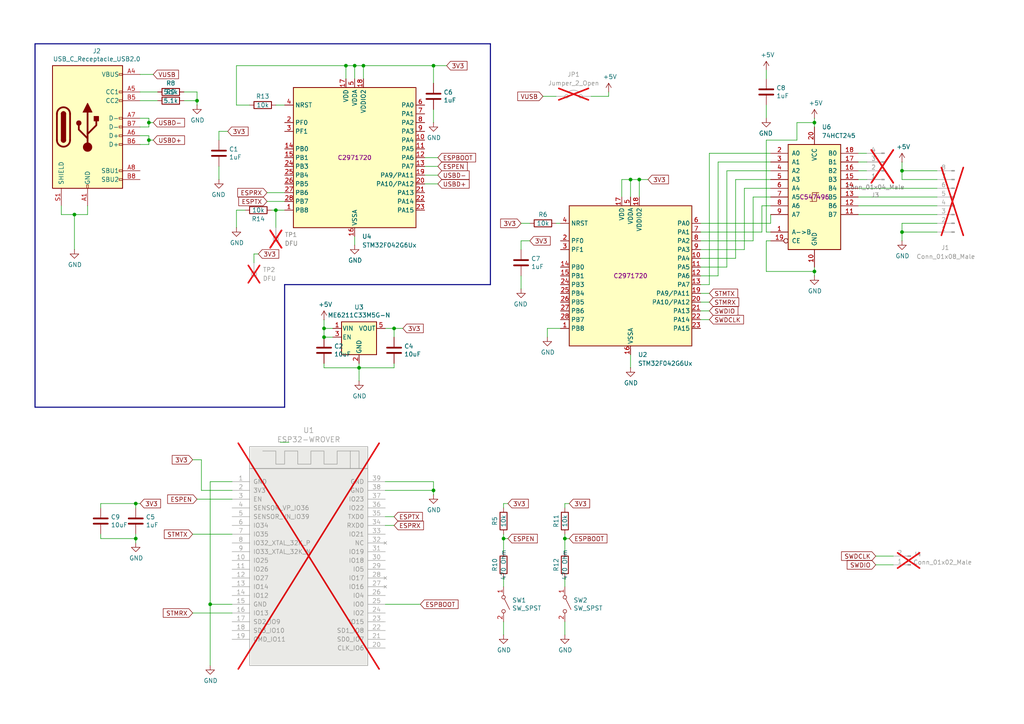
<source format=kicad_sch>
(kicad_sch (version 20250114) (generator "eeschema") (generator_version "9.0")
  (paper "A4")
  (lib_symbols
    (symbol "74xx:74HC245" (pin_names (offset 1.016))
      (property "Reference" "U" (at -7.62 16.51 0))
      (property "Value" "74HC245" (at -7.62 -16.51 0))
      (symbol "74HC245_1_0"
        (polyline (pts (xy -1.27 -1.27) (xy 0.635 -1.27) (xy 0.635 1.27) (xy 1.27 1.27)))
        (polyline (pts (xy -0.635 -1.27) (xy -0.635 1.27) (xy 0.635 1.27)))
        (pin tri_state line (at -12.7 12.7 0) (length 5.08) (name "A0") (number "2"))
        (pin tri_state line (at -12.7 10.16 0) (length 5.08) (name "A1") (number "3"))
        (pin tri_state line (at -12.7 7.62 0) (length 5.08) (name "A2") (number "4"))
        (pin tri_state line (at -12.7 5.08 0) (length 5.08) (name "A3") (number "5"))
        (pin tri_state line (at -12.7 2.54 0) (length 5.08) (name "A4") (number "6"))
        (pin tri_state line (at -12.7 0 0) (length 5.08) (name "A5") (number "7"))
        (pin tri_state line (at -12.7 -2.54 0) (length 5.08) (name "A6") (number "8"))
        (pin tri_state line (at -12.7 -5.08 0) (length 5.08) (name "A7") (number "9"))
        (pin input line (at -12.7 -10.16 0) (length 5.08) (name "A->B") (number "1"))
        (pin input inverted (at -12.7 -12.7 0) (length 5.08) (name "CE") (number "19"))
        (pin power_in line (at 0 20.32 270) (length 5.08) (name "VCC") (number "20"))
        (pin power_in line (at 0 -20.32 90) (length 5.08) (name "GND") (number "10"))
        (pin tri_state line (at 12.7 12.7 180) (length 5.08) (name "B0") (number "18"))
        (pin tri_state line (at 12.7 10.16 180) (length 5.08) (name "B1") (number "17"))
        (pin tri_state line (at 12.7 7.62 180) (length 5.08) (name "B2") (number "16"))
        (pin tri_state line (at 12.7 5.08 180) (length 5.08) (name "B3") (number "15"))
        (pin tri_state line (at 12.7 2.54 180) (length 5.08) (name "B4") (number "14"))
        (pin tri_state line (at 12.7 0 180) (length 5.08) (name "B5") (number "13"))
        (pin tri_state line (at 12.7 -2.54 180) (length 5.08) (name "B6") (number "12"))
        (pin tri_state line (at 12.7 -5.08 180) (length 5.08) (name "B7") (number "11"))
      )
      (symbol "74HC245_1_1"
        (rectangle (start -7.62 15.24) (end 7.62 -15.24) (stroke (width 0.254)) (fill (type background)))
      )
    )
    (symbol "Connector:Conn_01x02_Male" (pin_names (offset 1.016) (hide yes))
      (property "Reference" "J" (at 0 2.54 0))
      (property "Value" "Connector_Conn_01x02_Male" (at 0 -5.08 0))
      (symbol "Conn_01x02_Male_1_1"
        (rectangle (start 0.8636 0.127) (end 0 -0.127) (stroke (width 0.1524)) (fill (type outline)))
        (rectangle (start 0.8636 -2.413) (end 0 -2.667) (stroke (width 0.1524)) (fill (type outline)))
        (polyline (pts (xy 1.27 0) (xy 0.8636 0)) (stroke (width 0.1524)))
        (polyline (pts (xy 1.27 -2.54) (xy 0.8636 -2.54)) (stroke (width 0.1524)))
        (pin passive line (at 5.08 0 180) (length 3.81) (name "Pin_1") (number "1"))
        (pin passive line (at 5.08 -2.54 180) (length 3.81) (name "Pin_2") (number "2"))
      )
    )
    (symbol "Connector:Conn_01x04_Male" (pin_names (offset 1.016) (hide yes))
      (property "Reference" "J" (at 0 5.08 0))
      (property "Value" "Connector_Conn_01x04_Male" (at 0 -7.62 0))
      (symbol "Conn_01x04_Male_1_1"
        (rectangle (start 0.8636 2.667) (end 0 2.413) (stroke (width 0.1524)) (fill (type outline)))
        (rectangle (start 0.8636 0.127) (end 0 -0.127) (stroke (width 0.1524)) (fill (type outline)))
        (rectangle (start 0.8636 -2.413) (end 0 -2.667) (stroke (width 0.1524)) (fill (type outline)))
        (rectangle (start 0.8636 -4.953) (end 0 -5.207) (stroke (width 0.1524)) (fill (type outline)))
        (polyline (pts (xy 1.27 2.54) (xy 0.8636 2.54)) (stroke (width 0.1524)))
        (polyline (pts (xy 1.27 0) (xy 0.8636 0)) (stroke (width 0.1524)))
        (polyline (pts (xy 1.27 -2.54) (xy 0.8636 -2.54)) (stroke (width 0.1524)))
        (polyline (pts (xy 1.27 -5.08) (xy 0.8636 -5.08)) (stroke (width 0.1524)))
        (pin passive line (at 5.08 2.54 180) (length 3.81) (name "Pin_1") (number "1"))
        (pin passive line (at 5.08 0 180) (length 3.81) (name "Pin_2") (number "2"))
        (pin passive line (at 5.08 -2.54 180) (length 3.81) (name "Pin_3") (number "3"))
        (pin passive line (at 5.08 -5.08 180) (length 3.81) (name "Pin_4") (number "4"))
      )
    )
    (symbol "Connector:Conn_01x08_Male" (pin_names (offset 1.016) (hide yes))
      (property "Reference" "J" (at 0 10.16 0))
      (property "Value" "Connector_Conn_01x08_Male" (at 0 -12.7 0))
      (symbol "Conn_01x08_Male_1_1"
        (rectangle (start 0.8636 7.747) (end 0 7.493) (stroke (width 0.1524)) (fill (type outline)))
        (rectangle (start 0.8636 5.207) (end 0 4.953) (stroke (width 0.1524)) (fill (type outline)))
        (rectangle (start 0.8636 2.667) (end 0 2.413) (stroke (width 0.1524)) (fill (type outline)))
        (rectangle (start 0.8636 0.127) (end 0 -0.127) (stroke (width 0.1524)) (fill (type outline)))
        (rectangle (start 0.8636 -2.413) (end 0 -2.667) (stroke (width 0.1524)) (fill (type outline)))
        (rectangle (start 0.8636 -4.953) (end 0 -5.207) (stroke (width 0.1524)) (fill (type outline)))
        (rectangle (start 0.8636 -7.493) (end 0 -7.747) (stroke (width 0.1524)) (fill (type outline)))
        (rectangle (start 0.8636 -10.033) (end 0 -10.287) (stroke (width 0.1524)) (fill (type outline)))
        (polyline (pts (xy 1.27 7.62) (xy 0.8636 7.62)) (stroke (width 0.1524)))
        (polyline (pts (xy 1.27 5.08) (xy 0.8636 5.08)) (stroke (width 0.1524)))
        (polyline (pts (xy 1.27 2.54) (xy 0.8636 2.54)) (stroke (width 0.1524)))
        (polyline (pts (xy 1.27 0) (xy 0.8636 0)) (stroke (width 0.1524)))
        (polyline (pts (xy 1.27 -2.54) (xy 0.8636 -2.54)) (stroke (width 0.1524)))
        (polyline (pts (xy 1.27 -5.08) (xy 0.8636 -5.08)) (stroke (width 0.1524)))
        (polyline (pts (xy 1.27 -7.62) (xy 0.8636 -7.62)) (stroke (width 0.1524)))
        (polyline (pts (xy 1.27 -10.16) (xy 0.8636 -10.16)) (stroke (width 0.1524)))
        (pin passive line (at 5.08 7.62 180) (length 3.81) (name "Pin_1") (number "1"))
        (pin passive line (at 5.08 5.08 180) (length 3.81) (name "Pin_2") (number "2"))
        (pin passive line (at 5.08 2.54 180) (length 3.81) (name "Pin_3") (number "3"))
        (pin passive line (at 5.08 0 180) (length 3.81) (name "Pin_4") (number "4"))
        (pin passive line (at 5.08 -2.54 180) (length 3.81) (name "Pin_5") (number "5"))
        (pin passive line (at 5.08 -5.08 180) (length 3.81) (name "Pin_6") (number "6"))
        (pin passive line (at 5.08 -7.62 180) (length 3.81) (name "Pin_7") (number "7"))
        (pin passive line (at 5.08 -10.16 180) (length 3.81) (name "Pin_8") (number "8"))
      )
    )
    (symbol "Connector:TestPoint" (pin_numbers (hide yes)) (pin_names (offset 0.762) (hide yes))
      (property "Reference" "TP" (at 0 6.858 0))
      (property "Value" "TestPoint" (at 0 5.08 0))
      (symbol "TestPoint_0_1"
        (circle (center 0 3.302) (radius 0.762))
      )
      (symbol "TestPoint_1_1"
        (pin passive line (at 0 0 90) (length 2.54) (name "1") (number "1"))
      )
    )
    (symbol "Connector:USB_C_Receptacle_USB2.0_16P" (pin_names (offset 1.016))
      (property "Reference" "J" (at 0 22.225 0))
      (property "Value" "USB_C_Receptacle_USB2.0_16P" (at 0 19.685 0))
      (symbol "USB_C_Receptacle_USB2.0_16P_0_0"
        (rectangle (start -0.254 -17.78) (end 0.254 -16.764))
        (rectangle (start 10.16 15.494) (end 9.144 14.986))
        (rectangle (start 10.16 10.414) (end 9.144 9.906))
        (rectangle (start 10.16 7.874) (end 9.144 7.366))
        (rectangle (start 10.16 2.794) (end 9.144 2.286))
        (rectangle (start 10.16 0.254) (end 9.144 -0.254))
        (rectangle (start 10.16 -2.286) (end 9.144 -2.794))
        (rectangle (start 10.16 -4.826) (end 9.144 -5.334))
        (rectangle (start 10.16 -12.446) (end 9.144 -12.954))
        (rectangle (start 10.16 -14.986) (end 9.144 -15.494))
      )
      (symbol "USB_C_Receptacle_USB2.0_16P_0_1"
        (rectangle (start -10.16 17.78) (end 10.16 -17.78) (stroke (width 0.254)) (fill (type background)))
        (polyline (pts (xy -8.89 -3.81) (xy -8.89 3.81)) (stroke (width 0.508)))
        (rectangle (start -7.62 -3.81) (end -6.35 3.81) (stroke (width 0.254)) (fill (type outline)))
        (arc (start -7.62 3.81) (mid -6.985 4.4423) (end -6.35 3.81) (stroke (width 0.254)))
        (arc (start -7.62 3.81) (mid -6.985 4.4423) (end -6.35 3.81) (stroke (width 0.254)) (fill (type outline)))
        (arc (start -8.89 3.81) (mid -6.985 5.7067) (end -5.08 3.81) (stroke (width 0.508)))
        (arc (start -5.08 -3.81) (mid -6.985 -5.7067) (end -8.89 -3.81) (stroke (width 0.508)))
        (arc (start -6.35 -3.81) (mid -6.985 -4.4423) (end -7.62 -3.81) (stroke (width 0.254)))
        (arc (start -6.35 -3.81) (mid -6.985 -4.4423) (end -7.62 -3.81) (stroke (width 0.254)) (fill (type outline)))
        (polyline (pts (xy -5.08 3.81) (xy -5.08 -3.81)) (stroke (width 0.508)))
        (circle (center -2.54 1.143) (radius 0.635) (stroke (width 0.254)) (fill (type outline)))
        (polyline (pts (xy -1.27 4.318) (xy 0 6.858) (xy 1.27 4.318) (xy -1.27 4.318)) (stroke (width 0.254)) (fill (type outline)))
        (polyline (pts (xy 0 -2.032) (xy 2.54 0.508) (xy 2.54 1.778)) (stroke (width 0.508)))
        (polyline (pts (xy 0 -3.302) (xy -2.54 -0.762) (xy -2.54 0.508)) (stroke (width 0.508)))
        (polyline (pts (xy 0 -5.842) (xy 0 4.318)) (stroke (width 0.508)))
        (circle (center 0 -5.842) (radius 1.27) (fill (type outline)))
        (rectangle (start 1.905 1.778) (end 3.175 3.048) (stroke (width 0.254)) (fill (type outline)))
      )
      (symbol "USB_C_Receptacle_USB2.0_16P_1_1"
        (pin passive line (at -7.62 -22.86 90) (length 5.08) (name "SHIELD") (number "S1"))
        (pin passive line (at 0 -22.86 90) (length 5.08) (name "GND") (number "A1"))
        (pin passive line (at 0 -22.86 90) (length 5.08) (hide yes) (name "GND") (number "A12"))
        (pin passive line (at 0 -22.86 90) (length 5.08) (hide yes) (name "GND") (number "B1"))
        (pin passive line (at 0 -22.86 90) (length 5.08) (hide yes) (name "GND") (number "B12"))
        (pin passive line (at 15.24 15.24 180) (length 5.08) (name "VBUS") (number "A4"))
        (pin passive line (at 15.24 15.24 180) (length 5.08) (hide yes) (name "VBUS") (number "A9"))
        (pin passive line (at 15.24 15.24 180) (length 5.08) (hide yes) (name "VBUS") (number "B4"))
        (pin passive line (at 15.24 15.24 180) (length 5.08) (hide yes) (name "VBUS") (number "B9"))
        (pin bidirectional line (at 15.24 10.16 180) (length 5.08) (name "CC1") (number "A5"))
        (pin bidirectional line (at 15.24 7.62 180) (length 5.08) (name "CC2") (number "B5"))
        (pin bidirectional line (at 15.24 2.54 180) (length 5.08) (name "D-") (number "A7"))
        (pin bidirectional line (at 15.24 0 180) (length 5.08) (name "D-") (number "B7"))
        (pin bidirectional line (at 15.24 -2.54 180) (length 5.08) (name "D+") (number "A6"))
        (pin bidirectional line (at 15.24 -5.08 180) (length 5.08) (name "D+") (number "B6"))
        (pin bidirectional line (at 15.24 -12.7 180) (length 5.08) (name "SBU1") (number "A8"))
        (pin bidirectional line (at 15.24 -15.24 180) (length 5.08) (name "SBU2") (number "B8"))
      )
    )
    (symbol "Device:C" (pin_numbers (hide yes)) (pin_names (offset 0.254))
      (property "Reference" "C" (at 0.635 2.54 0))
      (property "Value" "C" (at 0.635 -2.54 0))
      (symbol "C_0_1"
        (polyline (pts (xy -2.032 0.762) (xy 2.032 0.762)) (stroke (width 0.508)))
        (polyline (pts (xy -2.032 -0.762) (xy 2.032 -0.762)) (stroke (width 0.508)))
      )
      (symbol "C_1_1"
        (pin passive line (at 0 3.81 270) (length 2.794) (name "~") (number "1"))
        (pin passive line (at 0 -3.81 90) (length 2.794) (name "~") (number "2"))
      )
    )
    (symbol "Device:R" (pin_numbers (hide yes)) (pin_names (offset 0))
      (property "Reference" "R" (at 2.032 0 90))
      (property "Value" "R" (at 0 0 90))
      (symbol "R_0_1"
        (rectangle (start -1.016 -2.54) (end 1.016 2.54) (stroke (width 0.254)))
      )
      (symbol "R_1_1"
        (pin passive line (at 0 3.81 270) (length 1.27) (name "~") (number "1"))
        (pin passive line (at 0 -3.81 90) (length 1.27) (name "~") (number "2"))
      )
    )
    (symbol "Jumper:Jumper_2_Open" (pin_numbers (hide yes)) (pin_names (offset 0) (hide yes))
      (property "Reference" "JP" (at 0 2.794 0))
      (property "Value" "Jumper_2_Open" (at 0 -2.286 0))
      (symbol "Jumper_2_Open_0_0"
        (circle (center -2.032 0) (radius 0.508))
        (circle (center 2.032 0) (radius 0.508))
      )
      (symbol "Jumper_2_Open_0_1"
        (arc (start -1.524 1.27) (mid 0 1.778) (end 1.524 1.27))
      )
      (symbol "Jumper_2_Open_1_1"
        (pin passive line (at -5.08 0 0) (length 2.54) (name "A") (number "1"))
        (pin passive line (at 5.08 0 180) (length 2.54) (name "B") (number "2"))
      )
    )
    (symbol "MCU_ST_STM32F0:STM32F042G6Ux"
      (property "Reference" "U" (at -17.78 21.59 0))
      (property "Value" "STM32F042G6Ux" (at 5.08 21.59 0))
      (symbol "STM32F042G6Ux_0_1"
        (rectangle (start -17.78 -20.32) (end 17.78 20.32) (stroke (width 0.254)) (fill (type background)))
      )
      (symbol "STM32F042G6Ux_1_1"
        (pin input line (at -20.32 15.24 0) (length 2.54) (name "NRST") (number "4"))
        (pin bidirectional line (at -20.32 10.16 0) (length 2.54) (name "PF0") (number "2"))
        (pin bidirectional line (at -20.32 7.62 0) (length 2.54) (name "PF1") (number "3"))
        (pin bidirectional line (at -20.32 2.54 0) (length 2.54) (name "PB0") (number "14"))
        (pin bidirectional line (at -20.32 0 0) (length 2.54) (name "PB1") (number "15"))
        (pin bidirectional line (at -20.32 -2.54 0) (length 2.54) (name "PB3") (number "24"))
        (pin bidirectional line (at -20.32 -5.08 0) (length 2.54) (name "PB4") (number "25"))
        (pin bidirectional line (at -20.32 -7.62 0) (length 2.54) (name "PB5") (number "26"))
        (pin bidirectional line (at -20.32 -10.16 0) (length 2.54) (name "PB6") (number "27"))
        (pin bidirectional line (at -20.32 -12.7 0) (length 2.54) (name "PB7") (number "28"))
        (pin bidirectional line (at -20.32 -15.24 0) (length 2.54) (name "PB8") (number "1"))
        (pin power_in line (at -2.54 22.86 270) (length 2.54) (name "VDD") (number "17"))
        (pin power_in line (at 0 22.86 270) (length 2.54) (name "VDDA") (number "5"))
        (pin power_in line (at 0 -22.86 90) (length 2.54) (name "VSSA") (number "16"))
        (pin power_in line (at 2.54 22.86 270) (length 2.54) (name "VDDIO2") (number "18"))
        (pin bidirectional line (at 20.32 15.24 180) (length 2.54) (name "PA0") (number "6"))
        (pin bidirectional line (at 20.32 12.7 180) (length 2.54) (name "PA1") (number "7"))
        (pin bidirectional line (at 20.32 10.16 180) (length 2.54) (name "PA2") (number "8"))
        (pin bidirectional line (at 20.32 7.62 180) (length 2.54) (name "PA3") (number "9"))
        (pin bidirectional line (at 20.32 5.08 180) (length 2.54) (name "PA4") (number "10"))
        (pin bidirectional line (at 20.32 2.54 180) (length 2.54) (name "PA5") (number "11"))
        (pin bidirectional line (at 20.32 0 180) (length 2.54) (name "PA6") (number "12"))
        (pin bidirectional line (at 20.32 -2.54 180) (length 2.54) (name "PA7") (number "13"))
        (pin bidirectional line (at 20.32 -5.08 180) (length 2.54) (name "PA9/PA11") (number "19"))
        (pin bidirectional line (at 20.32 -7.62 180) (length 2.54) (name "PA10/PA12") (number "20"))
        (pin bidirectional line (at 20.32 -10.16 180) (length 2.54) (name "PA13") (number "21"))
        (pin bidirectional line (at 20.32 -12.7 180) (length 2.54) (name "PA14") (number "22"))
        (pin bidirectional line (at 20.32 -15.24 180) (length 2.54) (name "PA15") (number "23"))
      )
    )
    (symbol "Regulator_Linear:AP2112K-3.3" (pin_names (offset 0.254))
      (property "Reference" "U" (at -5.08 5.715 0))
      (property "Value" "AP2112K-3.3" (at 0 5.715 0))
      (symbol "AP2112K-3.3_0_1"
        (rectangle (start -5.08 4.445) (end 5.08 -5.08) (stroke (width 0.254)) (fill (type background)))
      )
      (symbol "AP2112K-3.3_1_1"
        (pin power_in line (at -7.62 2.54 0) (length 2.54) (name "VIN") (number "1"))
        (pin input line (at -7.62 0 0) (length 2.54) (name "EN") (number "3"))
        (pin power_in line (at 0 -7.62 90) (length 2.54) (name "GND") (number "2"))
        (pin no_connect line (at 5.08 0 180) (length 2.54) (hide yes) (name "NC") (number "4"))
        (pin power_out line (at 7.62 2.54 180) (length 2.54) (name "VOUT") (number "5"))
      )
    )
    (symbol "Switch:SW_SPST" (pin_names (offset 0) (hide yes))
      (property "Reference" "SW" (at 0 3.175 0))
      (property "Value" "SW_SPST" (at 0 -2.54 0))
      (symbol "SW_SPST_0_0"
        (circle (center -2.032 0) (radius 0.508))
        (polyline (pts (xy -1.524 0.254) (xy 1.524 1.778)))
        (circle (center 2.032 0) (radius 0.508))
      )
      (symbol "SW_SPST_1_1"
        (pin passive line (at -5.08 0 0) (length 2.54) (name "A") (number "1"))
        (pin passive line (at 5.08 0 180) (length 2.54) (name "B") (number "2"))
      )
    )
    (symbol "esp32-wrover:ESP32-WROVER" (pin_names (offset 1.016))
      (property "Reference" "U" (at -15.24 -33.02 0))
      (property "Value" "esp32-wrover_ESP32-WROVER" (at 6.35 -33.02 0))
      (symbol "ESP32-WROVER_0_1"
        (rectangle (start -17.78 29.21) (end 16.51 22.86) (fill (type background)))
        (rectangle (start -17.78 22.86) (end 16.51 -34.29) (fill (type background)))
        (polyline (pts (xy -13.97 27.94) (xy -10.16 27.94) (xy -10.16 24.13) (xy -7.62 24.13) (xy -7.62 27.94) (xy -3.81 27.94) (xy -3.81 24.13) (xy 0 24.13) (xy 0 27.94) (xy 3.81 27.94) (xy 3.81 24.13) (xy 7.62 24.13) (xy 7.62 27.94) (xy 11.43 27.94) (xy 11.43 22.86)))
        (polyline (pts (xy 11.43 27.94) (xy 13.97 27.94) (xy 13.97 22.86)))
      )
      (symbol "ESP32-WROVER_1_1"
        (pin power_in line (at -22.86 19.05 0) (length 5.08) (name "GND") (number "1"))
        (pin power_in line (at -22.86 16.51 0) (length 5.08) (name "3V3") (number "2"))
        (pin input line (at -22.86 13.97 0) (length 5.08) (name "EN") (number "3"))
        (pin input line (at -22.86 11.43 0) (length 5.08) (name "SENSOR_VP_IO36") (number "4"))
        (pin input line (at -22.86 8.89 0) (length 5.08) (name "SENSOR_VN_IO39") (number "5"))
        (pin input line (at -22.86 6.35 0) (length 5.08) (name "IO34") (number "6"))
        (pin input line (at -22.86 3.81 0) (length 5.08) (name "IO35") (number "7"))
        (pin bidirectional line (at -22.86 1.27 0) (length 5.08) (name "IO32_XTAL_32K_P") (number "8"))
        (pin bidirectional line (at -22.86 -1.27 0) (length 5.08) (name "IO33_XTAL_32K_N") (number "9"))
        (pin bidirectional line (at -22.86 -3.81 0) (length 5.08) (name "IO25") (number "10"))
        (pin bidirectional line (at -22.86 -6.35 0) (length 5.08) (name "IO26") (number "11"))
        (pin bidirectional line (at -22.86 -8.89 0) (length 5.08) (name "IO27") (number "12"))
        (pin bidirectional line (at -22.86 -11.43 0) (length 5.08) (name "IO14") (number "13"))
        (pin bidirectional line (at -22.86 -13.97 0) (length 5.08) (name "IO12") (number "14"))
        (pin power_in line (at -22.86 -16.51 0) (length 5.08) (name "GND") (number "15"))
        (pin bidirectional line (at -22.86 -19.05 0) (length 5.08) (name "IO13") (number "16"))
        (pin bidirectional line (at -22.86 -21.59 0) (length 5.08) (name "SD2_IO9") (number "17"))
        (pin bidirectional line (at -22.86 -24.13 0) (length 5.08) (name "SD3_IO10") (number "18"))
        (pin bidirectional line (at -22.86 -26.67 0) (length 5.08) (name "CMD_IO11") (number "19"))
        (pin power_in line (at 21.59 19.05 180) (length 5.08) (name "GND") (number "39"))
        (pin power_in line (at 21.59 16.51 180) (length 5.08) (name "GND") (number "38"))
        (pin bidirectional line (at 21.59 13.97 180) (length 5.08) (name "IO23") (number "37"))
        (pin bidirectional line (at 21.59 11.43 180) (length 5.08) (name "IO22") (number "36"))
        (pin output line (at 21.59 8.89 180) (length 5.08) (name "TXD0") (number "35"))
        (pin input line (at 21.59 6.35 180) (length 5.08) (name "RXD0") (number "34"))
        (pin bidirectional line (at 21.59 3.81 180) (length 5.08) (name "IO21") (number "33"))
        (pin no_connect line (at 21.59 1.27 180) (length 5.08) (name "NC") (number "32"))
        (pin bidirectional line (at 21.59 -1.27 180) (length 5.08) (name "IO19") (number "31"))
        (pin bidirectional line (at 21.59 -3.81 180) (length 5.08) (name "IO18") (number "30"))
        (pin bidirectional line (at 21.59 -6.35 180) (length 5.08) (name "IO5") (number "29"))
        (pin no_connect line (at 21.59 -8.89 180) (length 5.08) (name "IO17") (number "28"))
        (pin no_connect line (at 21.59 -11.43 180) (length 5.08) (name "IO16") (number "27"))
        (pin bidirectional line (at 21.59 -13.97 180) (length 5.08) (name "IO4") (number "26"))
        (pin bidirectional line (at 21.59 -16.51 180) (length 5.08) (name "IO0") (number "25"))
        (pin bidirectional line (at 21.59 -19.05 180) (length 5.08) (name "IO2") (number "24"))
        (pin bidirectional line (at 21.59 -21.59 180) (length 5.08) (name "IO15") (number "23"))
        (pin bidirectional line (at 21.59 -24.13 180) (length 5.08) (name "SD1_IO8") (number "22"))
        (pin bidirectional line (at 21.59 -26.67 180) (length 5.08) (name "SD0_IO7") (number "21"))
        (pin bidirectional line (at 21.59 -29.21 180) (length 5.08) (name "CLK_IO6") (number "20"))
      )
    )
    (symbol "power:+5V" (power) (pin_numbers (hide yes)) (pin_names (offset 0) (hide yes))
      (property "Value" "+5V" (at 0 3.556 0))
      (symbol "+5V_0_1"
        (polyline (pts (xy -0.762 1.27) (xy 0 2.54)))
        (polyline (pts (xy 0 2.54) (xy 0.762 1.27)))
        (polyline (pts (xy 0 0) (xy 0 2.54)))
      )
      (symbol "+5V_1_1"
        (pin power_in line (at 0 0 90) (length 0) (name "~") (number "1"))
      )
    )
    (symbol "power:GND" (power) (pin_numbers (hide yes)) (pin_names (offset 0) (hide yes))
      (property "Value" "GND" (at 0 -3.81 0))
      (symbol "GND_0_1"
        (polyline (pts (xy 0 0) (xy 0 -1.27) (xy 1.27 -1.27) (xy 0 -2.54) (xy -1.27 -1.27) (xy 0 -1.27)))
      )
      (symbol "GND_1_1"
        (pin power_in line (at 0 0 270) (length 0) (name "~") (number "1"))
      )
    )
  )
  (junction (at 185.42 52.07))
  (junction (at 93.98 97.79))
  (junction (at 261.62 67.31))
  (junction (at 236.22 35.56))
  (junction (at 57.15 29.21))
  (junction (at 100.33 19.05))
  (junction (at 105.41 19.05))
  (junction (at 80.01 60.96))
  (junction (at 125.73 19.05))
  (junction (at 93.98 95.25))
  (junction (at 104.14 106.68))
  (junction (at 114.3 95.25))
  (junction (at 163.83 156.21))
  (junction (at 39.37 156.21))
  (junction (at 39.37 146.05))
  (junction (at 43.18 40.64))
  (junction (at 146.05 156.21))
  (junction (at 182.88 52.07))
  (junction (at 60.96 175.26))
  (junction (at 43.18 35.56))
  (junction (at 102.87 19.05))
  (junction (at 261.62 49.53))
  (junction (at 21.59 62.23))
  (junction (at 125.73 142.24))
  (junction (at 236.22 78.74))
  (wire (pts (xy 43.18 35.56) (xy 43.18 36.83)))
  (wire (pts (xy 17.78 62.23) (xy 21.59 62.23)))
  (wire (pts (xy 111.76 95.25) (xy 114.3 95.25)))
  (wire (pts (xy 163.83 154.94) (xy 163.83 156.21)))
  (wire (pts (xy 248.92 52.07) (xy 251.46 52.07)))
  (wire (pts (xy 114.3 152.4) (xy 111.76 152.4)))
  (wire (pts (xy 40.64 34.29) (xy 43.18 34.29)))
  (wire (pts (xy 203.2 80.01) (xy 208.28 80.01)))
  (wire (pts (xy 125.73 139.7) (xy 125.73 142.24)))
  (wire (pts (xy 123.19 53.34) (xy 127 53.34)))
  (wire (pts (xy 55.88 177.8) (xy 67.31 177.8)))
  (wire (pts (xy 146.05 156.21) (xy 146.05 160.02)))
  (wire (pts (xy 60.96 175.26) (xy 60.96 193.04)))
  (wire (pts (xy 146.05 154.94) (xy 146.05 156.21)))
  (wire (pts (xy 185.42 52.07) (xy 187.96 52.07)))
  (wire (pts (xy 236.22 78.74) (xy 236.22 80.01)))
  (wire (pts (xy 68.58 66.04) (xy 68.58 60.96)))
  (wire (pts (xy 222.25 40.64) (xy 231.14 40.64)))
  (wire (pts (xy 57.15 29.21) (xy 57.15 30.48)))
  (bus (pts (xy 10.16 118.11) (xy 82.55 118.11)))
  (wire (pts (xy 203.2 67.31) (xy 220.98 67.31)))
  (wire (pts (xy 39.37 146.05) (xy 29.21 146.05)))
  (wire (pts (xy 248.92 59.69) (xy 271.78 59.69)))
  (wire (pts (xy 67.31 144.78) (xy 57.15 144.78)))
  (wire (pts (xy 163.83 156.21) (xy 163.83 160.02)))
  (wire (pts (xy 153.67 69.85) (xy 151.13 69.85)))
  (wire (pts (xy 114.3 95.25) (xy 114.3 97.79)))
  (wire (pts (xy 203.2 82.55) (xy 205.74 82.55)))
  (wire (pts (xy 223.52 69.85) (xy 222.25 69.85)))
  (wire (pts (xy 39.37 156.21) (xy 39.37 157.48)))
  (wire (pts (xy 254 161.29) (xy 259.08 161.29)))
  (wire (pts (xy 66.04 38.1) (xy 63.5 38.1)))
  (wire (pts (xy 102.87 19.05) (xy 105.41 19.05)))
  (wire (pts (xy 102.87 68.58) (xy 102.87 71.12)))
  (bus (pts (xy 10.16 12.7) (xy 10.16 118.11)))
  (bus (pts (xy 142.24 12.7) (xy 10.16 12.7)))
  (wire (pts (xy 53.34 26.67) (xy 57.15 26.67)))
  (wire (pts (xy 96.52 95.25) (xy 93.98 95.25)))
  (wire (pts (xy 53.34 29.21) (xy 57.15 29.21)))
  (wire (pts (xy 165.1 156.21) (xy 163.83 156.21)))
  (wire (pts (xy 93.98 106.68) (xy 93.98 105.41)))
  (wire (pts (xy 248.92 57.15) (xy 271.78 57.15)))
  (wire (pts (xy 111.76 175.26) (xy 121.92 175.26)))
  (wire (pts (xy 236.22 35.56) (xy 236.22 36.83)))
  (wire (pts (xy 116.84 95.25) (xy 114.3 95.25)))
  (wire (pts (xy 57.15 26.67) (xy 57.15 29.21)))
  (wire (pts (xy 68.58 19.05) (xy 100.33 19.05)))
  (wire (pts (xy 125.73 19.05) (xy 129.54 19.05)))
  (wire (pts (xy 203.2 72.39) (xy 215.9 72.39)))
  (wire (pts (xy 222.25 67.31) (xy 222.25 40.64)))
  (wire (pts (xy 222.25 78.74) (xy 236.22 78.74)))
  (wire (pts (xy 21.59 62.23) (xy 21.59 72.39)))
  (wire (pts (xy 220.98 59.69) (xy 220.98 67.31)))
  (wire (pts (xy 222.25 20.32) (xy 222.25 22.86)))
  (wire (pts (xy 43.18 40.64) (xy 44.45 40.64)))
  (wire (pts (xy 55.88 154.94) (xy 67.31 154.94)))
  (wire (pts (xy 215.9 54.61) (xy 215.9 72.39)))
  (wire (pts (xy 72.39 30.48) (xy 68.58 30.48)))
  (wire (pts (xy 39.37 154.94) (xy 39.37 156.21)))
  (wire (pts (xy 93.98 95.25) (xy 93.98 97.79)))
  (wire (pts (xy 63.5 48.26) (xy 63.5 52.07)))
  (wire (pts (xy 43.18 39.37) (xy 40.64 39.37)))
  (wire (pts (xy 96.52 97.79) (xy 93.98 97.79)))
  (wire (pts (xy 182.88 52.07) (xy 182.88 57.15)))
  (wire (pts (xy 222.25 69.85) (xy 222.25 78.74)))
  (wire (pts (xy 236.22 34.29) (xy 236.22 35.56)))
  (wire (pts (xy 261.62 67.31) (xy 271.78 67.31)))
  (wire (pts (xy 39.37 146.05) (xy 39.37 147.32)))
  (wire (pts (xy 60.96 139.7) (xy 60.96 175.26)))
  (wire (pts (xy 231.14 35.56) (xy 236.22 35.56)))
  (wire (pts (xy 261.62 46.99) (xy 261.62 49.53)))
  (wire (pts (xy 80.01 30.48) (xy 82.55 30.48)))
  (wire (pts (xy 25.4 62.23) (xy 25.4 59.69)))
  (wire (pts (xy 43.18 34.29) (xy 43.18 35.56)))
  (wire (pts (xy 205.74 44.45) (xy 205.74 82.55)))
  (wire (pts (xy 105.41 22.86) (xy 105.41 19.05)))
  (wire (pts (xy 111.76 142.24) (xy 125.73 142.24)))
  (wire (pts (xy 80.01 60.96) (xy 80.01 66.04)))
  (wire (pts (xy 248.92 49.53) (xy 251.46 49.53)))
  (wire (pts (xy 213.36 52.07) (xy 213.36 74.93)))
  (wire (pts (xy 151.13 80.01) (xy 151.13 83.82)))
  (wire (pts (xy 58.42 142.24) (xy 67.31 142.24)))
  (wire (pts (xy 114.3 149.86) (xy 111.76 149.86)))
  (wire (pts (xy 147.32 146.05) (xy 146.05 146.05)))
  (wire (pts (xy 151.13 64.77) (xy 153.67 64.77)))
  (wire (pts (xy 163.83 146.05) (xy 163.83 147.32)))
  (wire (pts (xy 102.87 22.86) (xy 102.87 19.05)))
  (wire (pts (xy 203.2 77.47) (xy 210.82 77.47)))
  (wire (pts (xy 67.31 175.26) (xy 60.96 175.26)))
  (wire (pts (xy 261.62 64.77) (xy 271.78 64.77)))
  (wire (pts (xy 261.62 49.53) (xy 261.62 52.07)))
  (wire (pts (xy 236.22 77.47) (xy 236.22 78.74)))
  (wire (pts (xy 40.64 146.05) (xy 39.37 146.05)))
  (wire (pts (xy 125.73 31.75) (xy 125.73 35.56)))
  (wire (pts (xy 58.42 133.35) (xy 58.42 142.24)))
  (wire (pts (xy 40.64 21.59) (xy 44.45 21.59)))
  (wire (pts (xy 223.52 67.31) (xy 222.25 67.31)))
  (bus (pts (xy -31.75 -25.4) (xy -29.21 -22.86)))
  (wire (pts (xy 68.58 30.48) (xy 68.58 19.05)))
  (wire (pts (xy 261.62 67.31) (xy 261.62 64.77)))
  (wire (pts (xy 29.21 146.05) (xy 29.21 147.32)))
  (wire (pts (xy 123.19 45.72) (xy 127 45.72)))
  (wire (pts (xy 104.14 110.49) (xy 104.14 106.68)))
  (wire (pts (xy 114.3 105.41) (xy 114.3 106.68)))
  (wire (pts (xy 222.25 30.48) (xy 222.25 34.29)))
  (wire (pts (xy 80.01 60.96) (xy 82.55 60.96)))
  (wire (pts (xy 218.44 57.15) (xy 223.52 57.15)))
  (wire (pts (xy 78.74 60.96) (xy 80.01 60.96)))
  (wire (pts (xy 81.28 128.27) (xy 83.82 128.27)))
  (wire (pts (xy 248.92 54.61) (xy 271.78 54.61)))
  (wire (pts (xy 100.33 19.05) (xy 102.87 19.05)))
  (wire (pts (xy 100.33 22.86) (xy 100.33 19.05)))
  (wire (pts (xy 203.2 69.85) (xy 218.44 69.85)))
  (wire (pts (xy 146.05 167.64) (xy 146.05 170.18)))
  (wire (pts (xy 203.2 74.93) (xy 213.36 74.93)))
  (wire (pts (xy 161.29 64.77) (xy 162.56 64.77)))
  (wire (pts (xy 67.31 139.7) (xy 60.96 139.7)))
  (wire (pts (xy 208.28 46.99) (xy 208.28 80.01)))
  (wire (pts (xy 203.2 64.77) (xy 223.52 64.77)))
  (wire (pts (xy 17.78 59.69) (xy 17.78 62.23)))
  (wire (pts (xy 208.28 46.99) (xy 223.52 46.99)))
  (wire (pts (xy 223.52 62.23) (xy 223.52 64.77)))
  (wire (pts (xy 231.14 40.64) (xy 231.14 35.56)))
  (wire (pts (xy 213.36 52.07) (xy 223.52 52.07)))
  (wire (pts (xy 63.5 38.1) (xy 63.5 40.64)))
  (wire (pts (xy 218.44 57.15) (xy 218.44 69.85)))
  (wire (pts (xy 182.88 102.87) (xy 182.88 106.68)))
  (wire (pts (xy 77.47 55.88) (xy 82.55 55.88)))
  (wire (pts (xy 248.92 44.45) (xy 251.46 44.45)))
  (wire (pts (xy 205.74 87.63) (xy 203.2 87.63)))
  (wire (pts (xy 205.74 44.45) (xy 223.52 44.45)))
  (wire (pts (xy 210.82 49.53) (xy 210.82 77.47)))
  (wire (pts (xy 125.73 19.05) (xy 125.73 24.13)))
  (wire (pts (xy 210.82 49.53) (xy 223.52 49.53)))
  (wire (pts (xy 74.93 73.66) (xy 73.66 73.66)))
  (wire (pts (xy 105.41 19.05) (xy 125.73 19.05)))
  (wire (pts (xy 248.92 46.99) (xy 251.46 46.99)))
  (wire (pts (xy 21.59 62.23) (xy 25.4 62.23)))
  (wire (pts (xy 29.21 154.94) (xy 29.21 156.21)))
  (wire (pts (xy 205.74 90.17) (xy 203.2 90.17)))
  (wire (pts (xy 40.64 29.21) (xy 45.72 29.21)))
  (wire (pts (xy 104.14 106.68) (xy 93.98 106.68)))
  (wire (pts (xy 163.83 167.64) (xy 163.83 170.18)))
  (wire (pts (xy 43.18 40.64) (xy 43.18 39.37)))
  (wire (pts (xy 77.47 58.42) (xy 82.55 58.42)))
  (wire (pts (xy 261.62 67.31) (xy 261.62 69.85)))
  (wire (pts (xy 261.62 49.53) (xy 271.78 49.53)))
  (wire (pts (xy 205.74 85.09) (xy 203.2 85.09)))
  (wire (pts (xy 205.74 92.71) (xy 203.2 92.71)))
  (wire (pts (xy 29.21 156.21) (xy 39.37 156.21)))
  (wire (pts (xy 43.18 35.56) (xy 44.45 35.56)))
  (wire (pts (xy 125.73 142.24) (xy 125.73 143.51)))
  (wire (pts (xy 68.58 60.96) (xy 71.12 60.96)))
  (wire (pts (xy 40.64 36.83) (xy 43.18 36.83)))
  (bus (pts (xy 82.55 118.11) (xy 82.55 82.55)))
  (wire (pts (xy 158.75 97.79) (xy 158.75 95.25)))
  (wire (pts (xy 254 163.83) (xy 259.08 163.83)))
  (wire (pts (xy 40.64 26.67) (xy 45.72 26.67)))
  (wire (pts (xy 93.98 92.71) (xy 93.98 95.25)))
  (wire (pts (xy 163.83 180.34) (xy 163.83 184.15)))
  (wire (pts (xy 176.53 26.67) (xy 176.53 27.94)))
  (wire (pts (xy 114.3 106.68) (xy 104.14 106.68)))
  (wire (pts (xy 104.14 105.41) (xy 104.14 106.68)))
  (wire (pts (xy 43.18 41.91) (xy 43.18 40.64)))
  (wire (pts (xy 248.92 62.23) (xy 271.78 62.23)))
  (wire (pts (xy 55.88 133.35) (xy 58.42 133.35)))
  (wire (pts (xy 146.05 180.34) (xy 146.05 184.15)))
  (wire (pts (xy 176.53 27.94) (xy 171.45 27.94)))
  (wire (pts (xy 180.34 52.07) (xy 182.88 52.07)))
  (wire (pts (xy 111.76 139.7) (xy 125.73 139.7)))
  (bus (pts (xy 82.55 82.55) (xy 142.24 82.55)))
  (wire (pts (xy 261.62 52.07) (xy 271.78 52.07)))
  (wire (pts (xy 40.64 41.91) (xy 43.18 41.91)))
  (wire (pts (xy 157.48 27.94) (xy 161.29 27.94)))
  (wire (pts (xy 151.13 69.85) (xy 151.13 72.39)))
  (wire (pts (xy 185.42 52.07) (xy 185.42 57.15)))
  (wire (pts (xy 182.88 52.07) (xy 185.42 52.07)))
  (wire (pts (xy 147.32 156.21) (xy 146.05 156.21)))
  (wire (pts (xy 73.66 73.66) (xy 73.66 76.2)))
  (wire (pts (xy 158.75 95.25) (xy 162.56 95.25)))
  (wire (pts (xy 146.05 146.05) (xy 146.05 147.32)))
  (wire (pts (xy 220.98 59.69) (xy 223.52 59.69)))
  (bus (pts (xy 142.24 82.55) (xy 142.24 12.7)))
  (wire (pts (xy 215.9 54.61) (xy 223.52 54.61)))
  (wire (pts (xy 165.1 146.05) (xy 163.83 146.05)))
  (wire (pts (xy 123.19 50.8) (xy 127 50.8)))
  (wire (pts (xy 180.34 52.07) (xy 180.34 57.15)))
  (wire (pts (xy 123.19 48.26) (xy 127 48.26)))
  (global_label "ESPRX" (shape input) (at 77.47 55.88 180) (property "Intersheetrefs" "${INTERSHEET_REFS}" (effects (hide yes))))
  (global_label "STMRX" (shape input) (at 205.74 87.63 0) (property "Intersheetrefs" "${INTERSHEET_REFS}" (effects (hide yes))))
  (global_label "SWDCLK" (shape input) (at 205.74 92.71 0) (property "Intersheetrefs" "${INTERSHEET_REFS}" (effects (hide yes))))
  (global_label "STMTX" (shape input) (at 55.88 154.94 180) (property "Intersheetrefs" "${INTERSHEET_REFS}" (effects (hide yes))))
  (global_label "ESPTX" (shape input) (at 77.47 58.42 180) (property "Intersheetrefs" "${INTERSHEET_REFS}" (effects (hide yes))))
  (global_label "SWDIO" (shape input) (at 205.74 90.17 0) (property "Intersheetrefs" "${INTERSHEET_REFS}" (effects (hide yes))))
  (global_label "3V3" (shape input) (at 147.32 146.05 0) (property "Intersheetrefs" "${INTERSHEET_REFS}" (effects (hide yes))))
  (global_label "ESPEN" (shape input) (at 147.32 156.21 0) (property "Intersheetrefs" "${INTERSHEET_REFS}" (effects (hide yes))))
  (global_label "SWDIO" (shape input) (at 254 163.83 180) (property "Intersheetrefs" "${INTERSHEET_REFS}" (effects (hide yes))))
  (global_label "USBD+" (shape input) (at 127 53.34 0) (property "Intersheetrefs" "${INTERSHEET_REFS}" (effects (hide yes))))
  (global_label "VUSB" (shape input) (at 157.48 27.94 180) (property "Intersheetrefs" "${INTERSHEET_REFS}" (effects (hide yes))))
  (global_label "VUSB" (shape input) (at 44.45 21.59 0) (property "Intersheetrefs" "${INTERSHEET_REFS}" (effects (hide yes))))
  (global_label "ESPBOOT" (shape input) (at 127 45.72 0) (property "Intersheetrefs" "${INTERSHEET_REFS}" (effects (hide yes))))
  (global_label "SWDCLK" (shape input) (at 254 161.29 180) (property "Intersheetrefs" "${INTERSHEET_REFS}" (effects (hide yes))))
  (global_label "3V3" (shape input) (at 151.13 64.77 180) (property "Intersheetrefs" "${INTERSHEET_REFS}" (effects (hide yes))))
  (global_label "ESPTX" (shape input) (at 114.3 149.86 0) (property "Intersheetrefs" "${INTERSHEET_REFS}" (effects (hide yes))))
  (global_label "ESPRX" (shape input) (at 114.3 152.4 0) (property "Intersheetrefs" "${INTERSHEET_REFS}" (effects (hide yes))))
  (global_label "3V3" (shape input) (at 74.93 73.66 0) (property "Intersheetrefs" "${INTERSHEET_REFS}" (effects (hide yes))))
  (global_label "ESPEN" (shape input) (at 127 48.26 0) (property "Intersheetrefs" "${INTERSHEET_REFS}" (effects (hide yes))))
  (global_label "USBD-" (shape input) (at 127 50.8 0) (property "Intersheetrefs" "${INTERSHEET_REFS}" (effects (hide yes))))
  (global_label "3V3" (shape input) (at 40.64 146.05 0) (property "Intersheetrefs" "${INTERSHEET_REFS}" (effects (hide yes))))
  (global_label "3V3" (shape input) (at 187.96 52.07 0) (property "Intersheetrefs" "${INTERSHEET_REFS}" (effects (hide yes))))
  (global_label "ESPBOOT" (shape input) (at 121.92 175.26 0) (property "Intersheetrefs" "${INTERSHEET_REFS}" (effects (hide yes))))
  (global_label "ESPBOOT" (shape input) (at 165.1 156.21 0) (property "Intersheetrefs" "${INTERSHEET_REFS}" (effects (hide yes))))
  (global_label "3V3" (shape input) (at 165.1 146.05 0) (property "Intersheetrefs" "${INTERSHEET_REFS}" (effects (hide yes))))
  (global_label "STMTX" (shape input) (at 205.74 85.09 0) (property "Intersheetrefs" "${INTERSHEET_REFS}" (effects (hide yes))))
  (global_label "USBD-" (shape input) (at 44.45 35.56 0) (property "Intersheetrefs" "${INTERSHEET_REFS}" (effects (hide yes))))
  (global_label "3V3" (shape input) (at 66.04 38.1 0) (property "Intersheetrefs" "${INTERSHEET_REFS}" (effects (hide yes))))
  (global_label "STMRX" (shape input) (at 55.88 177.8 180) (property "Intersheetrefs" "${INTERSHEET_REFS}" (effects (hide yes))))
  (global_label "3V3" (shape input) (at 129.54 19.05 0) (property "Intersheetrefs" "${INTERSHEET_REFS}" (effects (hide yes))))
  (global_label "3V3" (shape input) (at 55.88 133.35 180) (property "Intersheetrefs" "${INTERSHEET_REFS}" (effects (hide yes))))
  (global_label "USBD+" (shape input) (at 44.45 40.64 0) (property "Intersheetrefs" "${INTERSHEET_REFS}" (effects (hide yes))))
  (global_label "ESPEN" (shape input) (at 57.15 144.78 180) (property "Intersheetrefs" "${INTERSHEET_REFS}" (effects (hide yes))))
  (global_label "3V3" (shape input) (at 116.84 95.25 0) (property "Intersheetrefs" "${INTERSHEET_REFS}" (effects (hide yes))))
  (global_label "3V3" (shape input) (at 153.67 69.85 0) (property "Intersheetrefs" "${INTERSHEET_REFS}" (effects (hide yes))))
  (symbol (lib_id "esp32-wrover:ESP32-WROVER") (at 90.17 158.75 0) (unit 1) (dnp yes)
    (property "Reference" "U1" (at 89.535 124.7902 0) (effects (font (size 1.524 1.524))))
    (property "Value" "ESP32-WROVER" (at 89.535 127.4826 0) (effects (font (size 1.524 1.524))))
    (property "Footprint" "esp32-wrover:XCVR_ESP32-WROVER" (effects (hide yes)))
  )
  (symbol (lib_id "Connector:Conn_01x08_Male") (at 276.86 59.69 180) (unit 1) (dnp yes)
    (property "Reference" "J1" (at 274.1676 71.8312 0))
    (property "Value" "Conn_01x08_Male" (at 274.32 74.422 0))
    (property "Footprint" "Connector_PinHeader_2.54mm:PinHeader_1x08_P2.54mm_Vertical" (effects (hide yes)))
  )
  (symbol (lib_id "Connector:Conn_01x04_Male") (at 256.54 49.53 180) (unit 1) (dnp yes)
    (property "Reference" "J3" (at 253.8476 56.5912 0))
    (property "Value" "Conn_01x04_Male" (at 253.8476 54.2798 0))
    (property "Footprint" "Connector_PinHeader_2.54mm:PinHeader_1x04_P2.54mm_Vertical" (effects (hide yes)))
  )
  (symbol (lib_id "power:GND") (at 261.62 69.85 0) (unit 1)
    (property "Reference" "#PWR0101" (effects (hide yes)))
    (property "Value" "GND" (at 261.747 74.2442 0))
  )
  (symbol (lib_id "power:+5V") (at 261.62 46.99 0) (unit 1)
    (property "Reference" "#PWR0102" (effects (hide yes)))
    (property "Value" "+5V" (at 262.001 42.5958 0))
  )
  (symbol (lib_id "Device:C") (at 114.3 101.6 0) (unit 1)
    (property "Reference" "C4" (at 117.221 100.4316 0) (effects (justify left)))
    (property "Value" "10uF" (at 117.221 102.743 0) (effects (justify left)))
    (property "Footprint" "esp32-wrover:C_0603_1608Metric" (effects (hide yes)))
    (property "LCSC" "C19702" (effects (hide yes)))
  )
  (symbol (lib_id "Device:C") (at 93.98 101.6 0) (unit 1)
    (property "Reference" "C2" (at 96.901 100.4316 0) (effects (justify left)))
    (property "Value" "10uF" (at 96.901 102.743 0) (effects (justify left)))
    (property "Footprint" "esp32-wrover:C_0603_1608Metric" (effects (hide yes)))
    (property "LCSC" "C19702" (effects (hide yes)))
  )
  (symbol (lib_id "power:GND") (at 104.14 110.49 0) (unit 1)
    (property "Reference" "#PWR0104" (effects (hide yes)))
    (property "Value" "GND" (at 104.267 114.8842 0))
  )
  (symbol (lib_id "power:+5V") (at 93.98 92.71 0) (unit 1)
    (property "Reference" "#PWR0105" (effects (hide yes)))
    (property "Value" "+5V" (at 94.361 88.3158 0))
  )
  (symbol (lib_id "Device:R") (at 157.48 64.77 270) (unit 1)
    (property "Reference" "R6" (at 157.48 62.23 90))
    (property "Value" "10k" (at 157.48 64.77 90))
    (property "Footprint" "Resistor_SMD:R_0402_1005Metric" (effects (hide yes)))
    (property "LCSC" "C25744" (effects (hide yes)))
  )
  (symbol (lib_id "power:GND") (at 102.87 71.12 0) (unit 1)
    (property "Reference" "#PWR0111" (effects (hide yes)))
    (property "Value" "GND" (at 102.997 75.5142 0))
  )
  (symbol (lib_id "power:GND") (at 182.88 106.68 0) (unit 1)
    (property "Reference" "#PWR0106" (effects (hide yes)))
    (property "Value" "GND" (at 183.007 111.0742 0))
  )
  (symbol (lib_id "Connector:Conn_01x02_Male") (at 264.16 163.83 180) (unit 1) (dnp yes)
    (property "Reference" "J4" (at 264.8458 160.782 0) (effects (justify right)))
    (property "Value" "Conn_01x02_Male" (at 264.8458 163.0934 0) (effects (justify right)))
    (property "Footprint" "Connector_PinHeader_2.54mm:PinHeader_1x02_P2.54mm_Vertical" (effects (hide yes)))
  )
  (symbol (lib_id "Device:C") (at 39.37 151.13 0) (unit 1)
    (property "Reference" "C5" (at 42.291 149.9616 0) (effects (justify left)))
    (property "Value" "1uF" (at 42.291 152.273 0) (effects (justify left)))
    (property "Footprint" "Capacitor_SMD:C_0402_1005Metric" (effects (hide yes)))
    (property "LCSC" "C52923" (effects (hide yes)))
  )
  (symbol (lib_id "power:GND") (at 39.37 157.48 0) (unit 1)
    (property "Reference" "#PWR0108" (effects (hide yes)))
    (property "Value" "GND" (at 39.497 161.8742 0))
  )
  (symbol (lib_id "power:GND") (at 60.96 193.04 0) (unit 1)
    (property "Reference" "#PWR0109" (effects (hide yes)))
    (property "Value" "GND" (at 61.087 197.4342 0))
  )
  (symbol (lib_id "power:GND") (at 125.73 143.51 0) (unit 1)
    (property "Reference" "#PWR0110" (effects (hide yes)))
    (property "Value" "GND" (at 125.857 147.9042 0))
  )
  (symbol (lib_id "Device:C") (at 29.21 151.13 0) (unit 1)
    (property "Reference" "C9" (at 32.131 149.9616 0) (effects (justify left)))
    (property "Value" "10uF" (at 32.131 152.273 0) (effects (justify left)))
    (property "Footprint" "esp32-wrover:C_0603_1608Metric" (effects (hide yes)))
    (property "LCSC" "C19702" (effects (hide yes)))
  )
  (symbol (lib_id "Device:R") (at 146.05 151.13 0) (unit 1)
    (property "Reference" "R5" (at 143.51 151.13 90))
    (property "Value" "10k" (at 146.05 151.13 90))
    (property "Footprint" "Resistor_SMD:R_0402_1005Metric" (effects (hide yes)))
    (property "LCSC" "C25744" (effects (hide yes)))
  )
  (symbol (lib_id "Device:C") (at 125.73 27.94 0) (unit 1)
    (property "Reference" "C6" (at 128.651 26.7716 0) (effects (justify left)))
    (property "Value" "1uF" (at 128.651 29.083 0) (effects (justify left)))
    (property "Footprint" "Capacitor_SMD:C_0402_1005Metric" (effects (hide yes)))
    (property "LCSC" "C52923" (effects (hide yes)))
  )
  (symbol (lib_id "power:GND") (at 125.73 35.56 0) (unit 1)
    (property "Reference" "#PWR0113" (effects (hide yes)))
    (property "Value" "GND" (at 125.857 39.9542 0))
  )
  (symbol (lib_id "power:GND") (at 21.59 72.39 0) (unit 1)
    (property "Reference" "#PWR0115" (effects (hide yes)))
    (property "Value" "GND" (at 21.717 76.7842 0))
  )
  (symbol (lib_id "Connector:USB_C_Receptacle_USB2.0_16P") (at 25.4 36.83 0) (unit 1)
    (property "Reference" "J2" (at 28.067 14.8082 0))
    (property "Value" "USB_C_Receptacle_USB2.0" (at 28.067 17.1196 0))
    (property "Footprint" "footprints:USB_C_Receptacle_HRO_TYPE-C-31-M-12" (effects (hide yes)))
    (property "Datasheet" "https://www.usb.org/sites/default/files/documents/usb_type-c.zip" (effects (hide yes)))
    (property "Description" "USB 2.0-only 16P Type-C Receptacle connector" (effects (hide yes)))
    (property "LCSC" "C165948" (effects (hide yes)))
  )
  (symbol (lib_id "Device:R") (at 49.53 26.67 270) (unit 1)
    (property "Reference" "R8" (at 49.53 24.13 90))
    (property "Value" "5.1k" (at 49.53 26.67 90))
    (property "Footprint" "Resistor_SMD:R_0402_1005Metric" (effects (hide yes)))
    (property "LCSC" "C25905" (effects (hide yes)))
  )
  (symbol (lib_id "Device:R") (at 49.53 29.21 270) (unit 1)
    (property "Reference" "R9" (at 49.53 26.67 90))
    (property "Value" "5.1k" (at 49.53 29.21 90))
    (property "Footprint" "Resistor_SMD:R_0402_1005Metric" (effects (hide yes)))
    (property "LCSC" "C25905" (effects (hide yes)))
  )
  (symbol (lib_id "power:GND") (at 57.15 30.48 0) (unit 1)
    (property "Reference" "#PWR01" (effects (hide yes)))
    (property "Value" "GND" (at 57.277 34.8742 0))
  )
  (symbol (lib_id "Switch:SW_SPST") (at 146.05 175.26 270) (unit 1)
    (property "Reference" "SW1" (at 148.5392 174.0916 90) (effects (justify left)))
    (property "Value" "SW_SPST" (at 148.5392 176.403 90) (effects (justify left)))
    (property "Footprint" "Button_Switch_SMD:SW_Push_1P1T_NO_CK_KMR2" (effects (hide yes)))
    (property "LCSC" "C318893" (effects (hide yes)))
  )
  (symbol (lib_id "Switch:SW_SPST") (at 163.83 175.26 270) (unit 1)
    (property "Reference" "SW2" (at 166.3192 174.0916 90) (effects (justify left)))
    (property "Value" "SW_SPST" (at 166.3192 176.403 90) (effects (justify left)))
    (property "Footprint" "Button_Switch_SMD:SW_Push_1P1T_NO_CK_KMR2" (effects (hide yes)))
    (property "LCSC" "C318893" (effects (hide yes)))
  )
  (symbol (lib_id "power:GND") (at 146.05 184.15 0) (unit 1)
    (property "Reference" "#PWR02" (effects (hide yes)))
    (property "Value" "GND" (at 146.177 188.5442 0))
  )
  (symbol (lib_id "Device:R") (at 146.05 163.83 0) (unit 1)
    (property "Reference" "R10" (at 143.51 163.83 90))
    (property "Value" "470 Ohm" (at 146.05 163.83 90))
    (property "Footprint" "Resistor_SMD:R_0402_1005Metric" (effects (hide yes)))
    (property "LCSC" "C25117" (effects (hide yes)))
  )
  (symbol (lib_id "Device:R") (at 163.83 163.83 0) (unit 1)
    (property "Reference" "R12" (at 161.29 163.83 90))
    (property "Value" "470 Ohm" (at 163.83 163.83 90))
    (property "Footprint" "Resistor_SMD:R_0402_1005Metric" (effects (hide yes)))
    (property "LCSC" "C25117" (effects (hide yes)))
  )
  (symbol (lib_id "power:GND") (at 163.83 184.15 0) (unit 1)
    (property "Reference" "#PWR03" (effects (hide yes)))
    (property "Value" "GND" (at 163.957 188.5442 0))
  )
  (symbol (lib_id "Device:R") (at 163.83 151.13 0) (unit 1)
    (property "Reference" "R11" (at 161.29 151.13 90))
    (property "Value" "10k" (at 163.83 151.13 90))
    (property "Footprint" "Resistor_SMD:R_0402_1005Metric" (effects (hide yes)))
    (property "LCSC" "C25744" (effects (hide yes)))
  )
  (symbol (lib_id "Regulator_Linear:AP2112K-3.3") (at 104.14 97.79 0) (unit 1)
    (property "Reference" "U3" (at 104.14 89.1032 0))
    (property "Value" "ME6211C33M5G-N" (at 104.14 91.4146 0))
    (property "Footprint" "footprints:SOT-23-5" (effects (hide yes)))
    (property "Datasheet" "https://datasheet.lcsc.com/lcsc/1811131510_MICRONE-Nanjing-Micro-One-Elec-ME6211C33M5G-N_C82942.pdf" (effects (hide yes)))
    (property "LCSC" "C82942" (effects (hide yes)))
  )
  (symbol (lib_id "power:+5V") (at 176.53 26.67 0) (unit 1)
    (property "Reference" "#PWR06" (effects (hide yes)))
    (property "Value" "+5V" (at 176.911 22.2758 0))
  )
  (symbol (lib_id "Device:C") (at 151.13 76.2 0) (unit 1)
    (property "Reference" "C7" (at 154.051 75.0316 0) (effects (justify left)))
    (property "Value" "1uF" (at 154.051 77.343 0) (effects (justify left)))
    (property "Footprint" "Capacitor_SMD:C_0402_1005Metric" (effects (hide yes)))
    (property "LCSC" "C52923" (effects (hide yes)))
  )
  (symbol (lib_id "power:GND") (at 151.13 83.82 0) (mirror y) (unit 1)
    (property "Reference" "#PWR0107" (effects (hide yes)))
    (property "Value" "GND" (at 151.003 88.2142 0))
  )
  (symbol (lib_id "Device:R") (at 74.93 60.96 90) (unit 1)
    (property "Reference" "R14" (at 74.93 63.5 90))
    (property "Value" "10k" (at 74.93 60.96 90))
    (property "Footprint" "Resistor_SMD:R_0402_1005Metric" (effects (hide yes)))
    (property "LCSC" "C25744" (effects (hide yes)))
  )
  (symbol (lib_id "power:+5V") (at 222.25 20.32 0) (unit 1)
    (property "Reference" "#PWR0117" (effects (hide yes)))
    (property "Value" "+5V" (at 222.631 15.9258 0))
  )
  (symbol (lib_id "Connector:TestPoint") (at 73.66 76.2 180) (unit 1) (dnp yes)
    (property "Reference" "TP2" (at 76.2 78.2319 0) (effects (justify right)))
    (property "Value" "DFU" (at 76.2 80.7719 0) (effects (justify right)))
    (property "Footprint" "TestPoint:TestPoint_Pad_D1.0mm" (effects (hide yes)))
    (property "Description" "DFU" (effects (hide yes)))
  )
  (symbol (lib_id "power:GND") (at 63.5 52.07 0) (mirror y) (unit 1)
    (property "Reference" "#PWR05" (effects (hide yes)))
    (property "Value" "GND" (at 63.373 56.4642 0))
  )
  (symbol (lib_id "Device:R") (at 76.2 30.48 270) (unit 1)
    (property "Reference" "R13" (at 76.2 27.94 90))
    (property "Value" "10k" (at 76.2 30.48 90))
    (property "Footprint" "Resistor_SMD:R_0402_1005Metric" (effects (hide yes)))
    (property "LCSC" "C25744" (effects (hide yes)))
  )
  (symbol (lib_id "74xx:74HC245") (at 236.22 57.15 0) (unit 1)
    (property "Reference" "U6" (at 238.3633 36.83 0) (effects (justify left)))
    (property "Value" "74HCT245" (at 238.3633 39.37 0) (effects (justify left)))
    (property "Footprint" "Package_DFN_QFN:DHVQFN-20-1EP_2.5x4.5mm_P0.5mm_EP1x3mm" (effects (hide yes)))
    (property "Datasheet" "http://www.ti.com/lit/gpn/sn74HC245" (effects (hide yes)))
    (property "Description" "Octal BUS Transceivers, 3-State outputs" (effects (hide yes)))
    (property "LCSC" "C547496" (at 236.22 57.15 0))
  )
  (symbol (lib_id "power:GND") (at 236.22 80.01 0) (unit 1)
    (property "Reference" "#PWR0103" (effects (hide yes)))
    (property "Value" "GND" (at 236.347 84.4042 0))
  )
  (symbol (lib_id "MCU_ST_STM32F0:STM32F042G6Ux") (at 182.88 80.01 0) (unit 1)
    (property "Reference" "U2" (at 185.0233 102.87 0) (effects (justify left)))
    (property "Value" "STM32F042G6Ux" (at 185.0233 105.41 0) (effects (justify left)))
    (property "Footprint" "Package_DFN_QFN:QFN-28_4x4mm_P0.5mm" (effects (hide yes)))
    (property "Datasheet" "https://www.st.com/resource/en/datasheet/stm32f042g6.pdf" (effects (hide yes)))
    (property "Description" "STMicroelectronics Arm Cortex-M0 MCU, 32KB flash, 6KB RAM, 48 MHz, 2.0-3.6V, 23 GPIO, UFQFPN28" (effects (hide yes)))
    (property "LCSC" "C2971720" (at 182.88 80.01 0))
  )
  (symbol (lib_id "Jumper:Jumper_2_Open") (at 166.37 27.94 0) (unit 1) (dnp yes)
    (property "Reference" "JP1" (at 166.37 21.59 0))
    (property "Value" "Jumper_2_Open" (at 166.37 24.13 0))
    (property "Footprint" "Resistor_SMD:R_0805_2012Metric" (effects (hide yes)))
    (property "Description" "Jumper, 2-pole, open" (effects (hide yes)))
  )
  (symbol (lib_id "MCU_ST_STM32F0:STM32F042G6Ux") (at 102.87 45.72 0) (unit 1)
    (property "Reference" "U4" (at 105.0133 68.58 0) (effects (justify left)))
    (property "Value" "STM32F042G6Ux" (at 105.0133 71.12 0) (effects (justify left)))
    (property "Footprint" "Package_DFN_QFN:QFN-28_4x4mm_P0.5mm" (effects (hide yes)))
    (property "Datasheet" "https://www.st.com/resource/en/datasheet/stm32f042g6.pdf" (effects (hide yes)))
    (property "Description" "STMicroelectronics Arm Cortex-M0 MCU, 32KB flash, 6KB RAM, 48 MHz, 2.0-3.6V, 23 GPIO, UFQFPN28" (effects (hide yes)))
    (property "LCSC" "C2971720" (at 102.87 45.72 0))
  )
  (symbol (lib_id "Device:C") (at 222.25 26.67 0) (unit 1)
    (property "Reference" "C8" (at 225.171 25.5016 0) (effects (justify left)))
    (property "Value" "1uF" (at 225.171 27.813 0) (effects (justify left)))
    (property "Footprint" "Capacitor_SMD:C_0402_1005Metric" (effects (hide yes)))
    (property "LCSC" "C52923" (effects (hide yes)))
  )
  (symbol (lib_id "Device:C") (at 63.5 44.45 0) (unit 1)
    (property "Reference" "C1" (at 66.421 43.2816 0) (effects (justify left)))
    (property "Value" "1uF" (at 66.421 45.593 0) (effects (justify left)))
    (property "Footprint" "Capacitor_SMD:C_0402_1005Metric" (effects (hide yes)))
    (property "LCSC" "C52923" (effects (hide yes)))
  )
  (symbol (lib_id "power:GND") (at 68.58 66.04 0) (unit 1)
    (property "Reference" "#PWR0114" (effects (hide yes)))
    (property "Value" "GND" (at 68.707 70.4342 0))
  )
  (symbol (lib_id "power:GND") (at 222.25 34.29 0) (mirror y) (unit 1)
    (property "Reference" "#PWR0116" (effects (hide yes)))
    (property "Value" "GND" (at 222.123 38.6842 0))
  )
  (symbol (lib_id "Connector:TestPoint") (at 80.01 66.04 180) (unit 1) (dnp yes)
    (property "Reference" "TP1" (at 82.55 68.0719 0) (effects (justify right)))
    (property "Value" "DFU" (at 82.55 70.6119 0) (effects (justify right)))
    (property "Footprint" "TestPoint:TestPoint_Pad_D1.0mm" (effects (hide yes)))
    (property "Description" "DFU" (effects (hide yes)))
  )
  (symbol (lib_id "power:GND") (at 158.75 97.79 0) (unit 1)
    (property "Reference" "#PWR04" (effects (hide yes)))
    (property "Value" "GND" (at 158.877 102.1842 0))
  )
  (symbol (lib_id "power:+5V") (at 236.22 34.29 0) (unit 1)
    (property "Reference" "#PWR0112" (effects (hide yes)))
    (property "Value" "+5V" (at 236.601 29.8958 0))
  )
)
</source>
